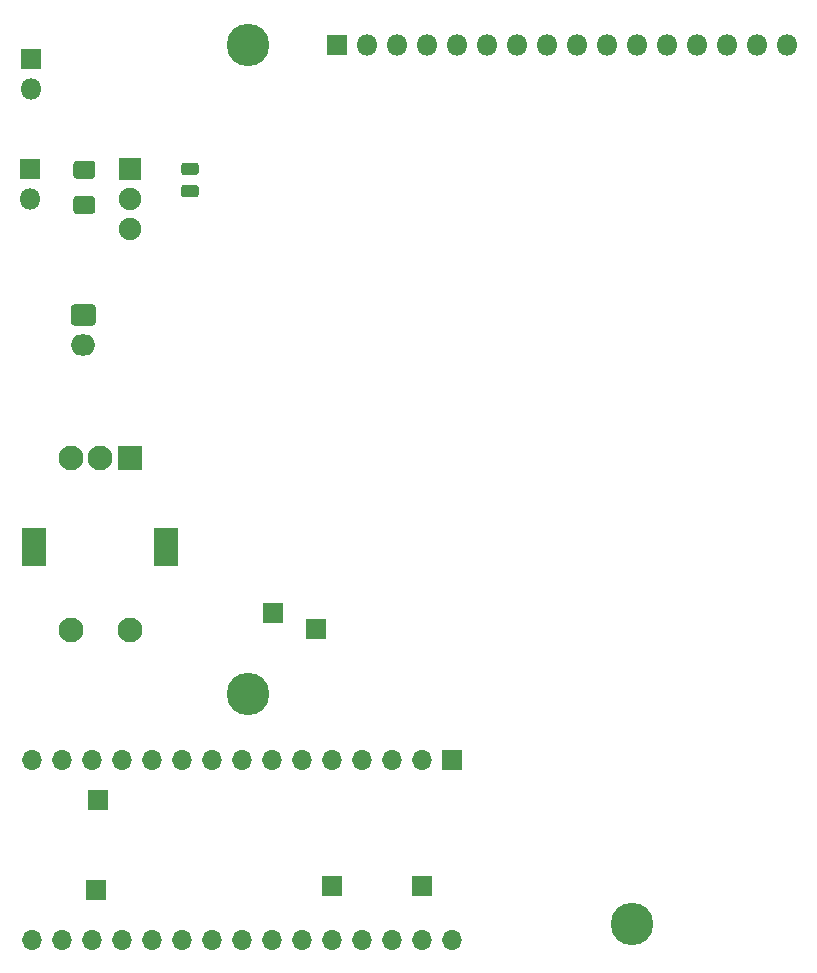
<source format=gts>
G04 #@! TF.GenerationSoftware,KiCad,Pcbnew,5.1.6+dfsg1-1~bpo9+1*
G04 #@! TF.CreationDate,2022-04-20T06:51:38+02:00*
G04 #@! TF.ProjectId,sdrtrx-arduino,73647274-7278-42d6-9172-6475696e6f2e,rev?*
G04 #@! TF.SameCoordinates,Original*
G04 #@! TF.FileFunction,Soldermask,Top*
G04 #@! TF.FilePolarity,Negative*
%FSLAX46Y46*%
G04 Gerber Fmt 4.6, Leading zero omitted, Abs format (unit mm)*
G04 Created by KiCad (PCBNEW 5.1.6+dfsg1-1~bpo9+1) date 2022-04-20 06:51:38*
%MOMM*%
%LPD*%
G01*
G04 APERTURE LIST*
%ADD10R,1.800000X1.800000*%
%ADD11O,2.100000X1.800000*%
%ADD12R,2.100000X2.100000*%
%ADD13C,2.100000*%
%ADD14R,2.100000X3.300000*%
%ADD15O,1.900000X1.900000*%
%ADD16R,1.900000X1.900000*%
%ADD17O,1.800000X1.800000*%
%ADD18C,3.600000*%
%ADD19O,1.700000X1.700000*%
%ADD20R,1.700000X1.700000*%
G04 APERTURE END LIST*
G36*
G01*
X109257456Y-33875000D02*
X107942544Y-33875000D01*
G75*
G02*
X107675000Y-33607456I0J267544D01*
G01*
X107675000Y-32617544D01*
G75*
G02*
X107942544Y-32350000I267544J0D01*
G01*
X109257456Y-32350000D01*
G75*
G02*
X109525000Y-32617544I0J-267544D01*
G01*
X109525000Y-33607456D01*
G75*
G02*
X109257456Y-33875000I-267544J0D01*
G01*
G37*
G36*
G01*
X109257456Y-36850000D02*
X107942544Y-36850000D01*
G75*
G02*
X107675000Y-36582456I0J267544D01*
G01*
X107675000Y-35592544D01*
G75*
G02*
X107942544Y-35325000I267544J0D01*
G01*
X109257456Y-35325000D01*
G75*
G02*
X109525000Y-35592544I0J-267544D01*
G01*
X109525000Y-36582456D01*
G75*
G02*
X109257456Y-36850000I-267544J0D01*
G01*
G37*
D10*
X124600000Y-70600000D03*
X128200000Y-72000000D03*
X129540000Y-93726000D03*
X109601000Y-94107000D03*
X137223500Y-93726000D03*
D11*
X108521500Y-47902500D03*
G36*
G01*
X107736206Y-44502500D02*
X109306794Y-44502500D01*
G75*
G02*
X109571500Y-44767206I0J-264706D01*
G01*
X109571500Y-46037794D01*
G75*
G02*
X109306794Y-46302500I-264706J0D01*
G01*
X107736206Y-46302500D01*
G75*
G02*
X107471500Y-46037794I0J264706D01*
G01*
X107471500Y-44767206D01*
G75*
G02*
X107736206Y-44502500I264706J0D01*
G01*
G37*
D10*
X109750000Y-86500000D03*
D12*
X112458500Y-57531000D03*
D13*
X109958500Y-57531000D03*
X107458500Y-57531000D03*
D14*
X115558500Y-65031000D03*
X104358500Y-65031000D03*
D13*
X112458500Y-72031000D03*
X107458500Y-72031000D03*
G36*
G01*
X117057250Y-34372500D02*
X118019750Y-34372500D01*
G75*
G02*
X118288500Y-34641250I0J-268750D01*
G01*
X118288500Y-35178750D01*
G75*
G02*
X118019750Y-35447500I-268750J0D01*
G01*
X117057250Y-35447500D01*
G75*
G02*
X116788500Y-35178750I0J268750D01*
G01*
X116788500Y-34641250D01*
G75*
G02*
X117057250Y-34372500I268750J0D01*
G01*
G37*
G36*
G01*
X117057250Y-32497500D02*
X118019750Y-32497500D01*
G75*
G02*
X118288500Y-32766250I0J-268750D01*
G01*
X118288500Y-33303750D01*
G75*
G02*
X118019750Y-33572500I-268750J0D01*
G01*
X117057250Y-33572500D01*
G75*
G02*
X116788500Y-33303750I0J268750D01*
G01*
X116788500Y-32766250D01*
G75*
G02*
X117057250Y-32497500I268750J0D01*
G01*
G37*
D15*
X112458500Y-38100000D03*
X112458500Y-35560000D03*
D16*
X112458500Y-33020000D03*
D17*
X168100000Y-22540000D03*
X165560000Y-22540000D03*
X163020000Y-22540000D03*
X160480000Y-22540000D03*
X157940000Y-22540000D03*
X155400000Y-22540000D03*
X152860000Y-22540000D03*
X150320000Y-22540000D03*
X147780000Y-22540000D03*
X145240000Y-22540000D03*
X142700000Y-22540000D03*
X140160000Y-22540000D03*
X137620000Y-22540000D03*
X135080000Y-22540000D03*
X132540000Y-22540000D03*
D10*
X130000000Y-22540000D03*
D17*
X104013000Y-35560000D03*
D10*
X104013000Y-33020000D03*
D17*
X104076500Y-26225500D03*
D10*
X104076500Y-23685500D03*
D18*
X155000000Y-97000000D03*
X122500000Y-22500000D03*
X122500000Y-77500000D03*
D19*
X104203500Y-98298000D03*
X104203500Y-83058000D03*
X139763500Y-98298000D03*
X106743500Y-83058000D03*
X137223500Y-98298000D03*
X109283500Y-83058000D03*
X134683500Y-98298000D03*
X111823500Y-83058000D03*
X132143500Y-98298000D03*
X114363500Y-83058000D03*
X129603500Y-98298000D03*
X116903500Y-83058000D03*
X127063500Y-98298000D03*
X119443500Y-83058000D03*
X124523500Y-98298000D03*
X121983500Y-83058000D03*
X121983500Y-98298000D03*
X124523500Y-83058000D03*
X119443500Y-98298000D03*
X127063500Y-83058000D03*
X116903500Y-98298000D03*
X129603500Y-83058000D03*
X114363500Y-98298000D03*
X132143500Y-83058000D03*
X111823500Y-98298000D03*
X134683500Y-83058000D03*
X109283500Y-98298000D03*
X137223500Y-83058000D03*
X106743500Y-98298000D03*
D20*
X139763500Y-83058000D03*
M02*

</source>
